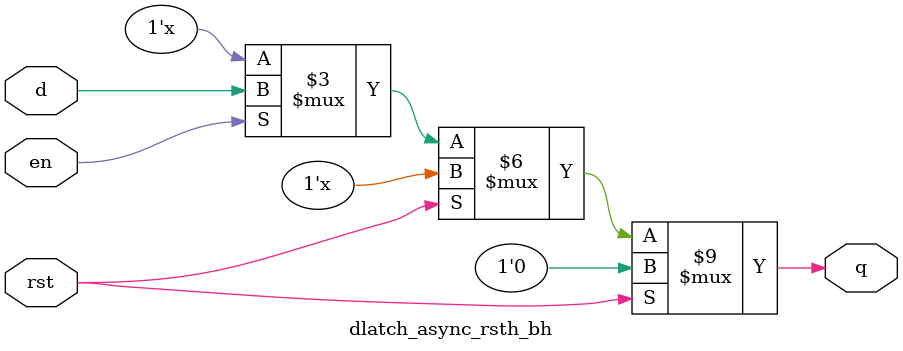
<source format=v>

module dlatch_async_rsth_bh(q,d,en,rst);

input		en,d,rst;
output	reg	q;

always @(en,d,rst)
	if(rst)
		q = 1'b0;
	else if(en)
		q = d;

endmodule
</source>
